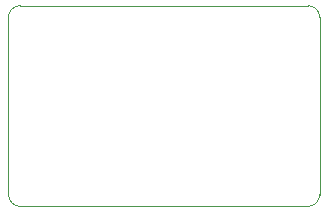
<source format=gbr>
%TF.GenerationSoftware,KiCad,Pcbnew,9.0.6*%
%TF.CreationDate,2025-11-22T22:33:35-06:00*%
%TF.ProjectId,switch,73776974-6368-42e6-9b69-6361645f7063,0.6.1*%
%TF.SameCoordinates,Original*%
%TF.FileFunction,Profile,NP*%
%FSLAX46Y46*%
G04 Gerber Fmt 4.6, Leading zero omitted, Abs format (unit mm)*
G04 Created by KiCad (PCBNEW 9.0.6) date 2025-11-22 22:33:35*
%MOMM*%
%LPD*%
G01*
G04 APERTURE LIST*
%TA.AperFunction,Profile*%
%ADD10C,0.100000*%
%TD*%
G04 APERTURE END LIST*
D10*
X116540000Y-110285000D02*
G75*
G02*
X115540000Y-109285000I0J1000000D01*
G01*
X141900000Y-109285000D02*
G75*
G02*
X140900000Y-110285000I-1000000J0D01*
G01*
X115540000Y-94285000D02*
G75*
G02*
X116540000Y-93285000I1000000J0D01*
G01*
X140900000Y-93285000D02*
G75*
G02*
X141900000Y-94285000I0J-1000000D01*
G01*
X115540000Y-109285000D02*
X115540000Y-94285000D01*
X140900000Y-110285000D02*
X116540000Y-110285000D01*
X141900000Y-94285000D02*
X141900000Y-109285000D01*
X116540000Y-93285000D02*
X140900000Y-93285000D01*
M02*

</source>
